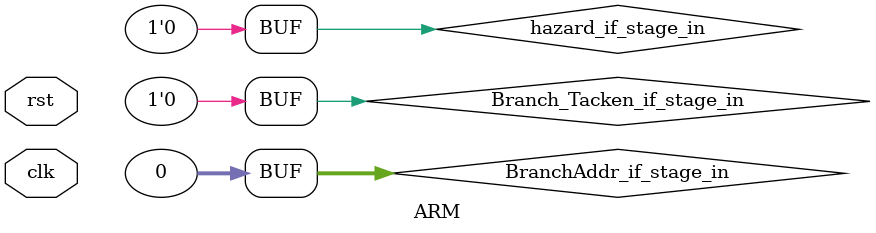
<source format=v>
`include "stage_IF.v"
module ARM(
    input clk, rst
);
    //IF
    wire hazard_if_stage_in, Branch_Tacken_if_stage_in;
    assign hazard_if_stage_in = 1'b0, Branch_Tacken_if_stage_in = 1'b0, BranchAddr_if_stage_in = 32'd0; //remove it later
    wire [31:0] BranchAddr_if_stage_in;
    wire [31:0] PC_if_stage_out, Instruction_if_stage_out;
    Stage_IF stage_if(
        .clk(clk),
        .rst(rst),
        .freeze(hazard_if_stage_in),
        .Branch_taken(Branch_Tacken_if_stage_in),
        .BranchAddr(BranchAddr_if_stage_in),
        .PC(PC_if_stage_out),
        .Instruction(Instruction_if_stage_out)
    );
endmodule
</source>
